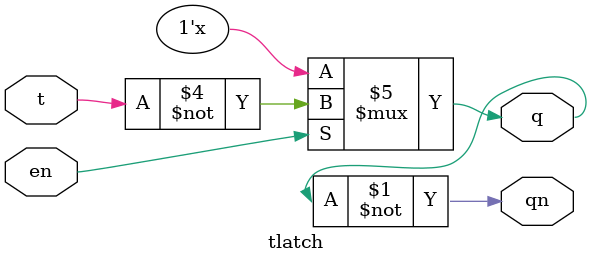
<source format=v>
module tlatch(input t,en, output reg q, output qn);
  assign qn=~q;
  always @(*) begin
     if(en==1)
      q<=~t;
   end
endmodule

</source>
